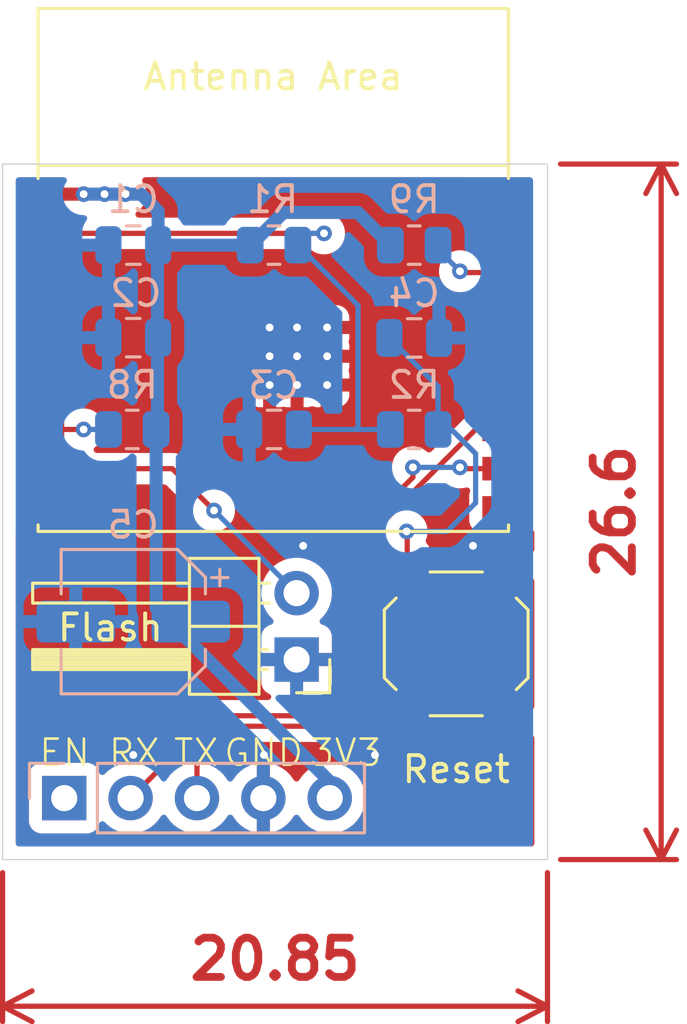
<source format=kicad_pcb>
(kicad_pcb (version 20241229) (generator "pcbnew") (generator_version "9.0")
  (layers (0 "F.Cu" signal) (2 "B.Cu" signal) (13 "F.Paste" user) (15 "B.Paste" user) (5 "F.SilkS" user "F.Silkscreen") (7 "B.SilkS" user "B.Silkscreen") (1 "F.Mask" user) (3 "B.Mask" user) (25 "Edge.Cuts" user))
  (net 0 "")
  (net 1 "/EN")
  (net 2 "/TX")
  (net 3 "/RX")
  (net 14 "Net-(U1-GPIO8)")
  (net 15 "Net-(U1-GPIO2{slash}ADC1_CH2)")
  (net 16 "Net-(U1-GPIO9)")
  (net 17 "+3V3")
  (net 18 "GND")
  (net 19 "Net-(U1-EN{slash}CHIP_PU)")
  (net 20 "Net-(C4-Pad1)")
  (footprint "PCM_Espressif:ESP32-C3-WROOM-02" (layer "F.Cu") (at 115.8575 67.7)
    (property "Reference" "U1" (hide yes))
    (property "Value" "ESP32-C3-WROOM-02" (hide yes))
    (fp_line (start -9 -13) (end -9 -6.5) (stroke (width 0.12)) (layer "F.SilkS"))
    (fp_line (start -9 -13) (end 9 -13) (stroke (width 0.12)) (layer "F.SilkS"))
    (fp_line (start -9 7) (end -9 6.75) (stroke (width 0.12)) (layer "F.SilkS"))
    (fp_line (start 9 -13) (end 9 -6.5) (stroke (width 0.12)) (layer "F.SilkS"))
    (fp_line (start 9 -7) (end -8.95 -7) (stroke (width 0.12)) (layer "F.SilkS"))
    (fp_line (start 9 6.75) (end 9 7) (stroke (width 0.12)) (layer "F.SilkS"))
    (fp_line (start 9 7) (end -9 7) (stroke (width 0.12)) (layer "F.SilkS"))
    (fp_text user "Antenna Area" (at 0 -10.4 0) (layer "F.SilkS"))
    (pad "1" smd rect (at -8.75 -5.9) (size 1.5 0.9) (layers "F.Cu" "F.Mask" "F.Paste") (net 17 "+3V3"))
    (pad "2" smd rect (at -8.75 -4.4) (size 1.5 0.9) (layers "F.Cu" "F.Mask" "F.Paste") (net 19 "Net-(U1-EN{slash}CHIP_PU)"))
    (pad "3" smd rect (at -8.75 -2.9) (size 1.5 0.9) (layers "F.Cu" "F.Mask" "F.Paste"))
    (pad "4" smd rect (at -8.75 -1.4) (size 1.5 0.9) (layers "F.Cu" "F.Mask" "F.Paste"))
    (pad "5" smd rect (at -8.75 0.1) (size 1.5 0.9) (layers "F.Cu" "F.Mask" "F.Paste"))
    (pad "6" smd rect (at -8.75 1.6) (size 1.5 0.9) (layers "F.Cu" "F.Mask" "F.Paste"))
    (pad "7" smd rect (at -8.75 3.1) (size 1.5 0.9) (layers "F.Cu" "F.Mask" "F.Paste") (net 14 "Net-(U1-GPIO8)"))
    (pad "8" smd rect (at -8.75 4.6) (size 1.5 0.9) (layers "F.Cu" "F.Mask" "F.Paste") (net 16 "Net-(U1-GPIO9)"))
    (pad "9" smd rect (at -8.75 6.1) (size 1.5 0.9) (layers "F.Cu" "F.Mask" "F.Paste") (net 18 "GND"))
    (pad "10" smd rect (at 8.75 6.1 180) (size 1.5 0.9) (layers "F.Cu" "F.Mask" "F.Paste"))
    (pad "11" smd rect (at 8.75 4.6 180) (size 1.5 0.9) (layers "F.Cu" "F.Mask" "F.Paste") (net 3 "/RX"))
    (pad "12" smd rect (at 8.75 3.1 180) (size 1.5 0.9) (layers "F.Cu" "F.Mask" "F.Paste") (net 2 "/TX"))
    (pad "13" smd rect (at 8.75 1.6 180) (size 1.5 0.9) (layers "F.Cu" "F.Mask" "F.Paste"))
    (pad "14" smd rect (at 8.75 0.1 180) (size 1.5 0.9) (layers "F.Cu" "F.Mask" "F.Paste"))
    (pad "15" smd rect (at 8.75 -1.4 180) (size 1.5 0.9) (layers "F.Cu" "F.Mask" "F.Paste"))
    (pad "16" smd rect (at 8.75 -2.9 180) (size 1.5 0.9) (layers "F.Cu" "F.Mask" "F.Paste") (net 15 "Net-(U1-GPIO2{slash}ADC1_CH2)"))
    (pad "17" smd rect (at 8.75 -4.4 180) (size 1.5 0.9) (layers "F.Cu" "F.Mask" "F.Paste"))
    (pad "18" smd rect (at 8.75 -5.9 180) (size 1.5 0.9) (layers "F.Cu" "F.Mask" "F.Paste"))
    (pad "19" smd rect (at -0.14 -0.8 180) (size 0.7 0.7) (layers "F.Cu" "F.Mask" "F.Paste") (net 18 "GND"))
    (pad "19" smd rect (at -0.14 0.3 180) (size 0.7 0.7) (layers "F.Cu" "F.Mask" "F.Paste") (net 18 "GND"))
    (pad "19" smd rect (at -0.14 1.4 180) (size 0.7 0.7) (layers "F.Cu" "F.Mask" "F.Paste") (net 18 "GND"))
    (pad "19" smd rect (at 0.91 -0.8 180) (size 0.7 0.7) (layers "F.Cu" "F.Mask" "F.Paste") (net 18 "GND"))
    (pad "19" smd rect (at 0.91 0.3 180) (size 0.7 0.7) (layers "F.Cu" "F.Mask" "F.Paste") (net 18 "GND"))
    (pad "19" smd rect (at 0.91 1.4 180) (size 0.7 0.7) (layers "F.Cu" "F.Mask" "F.Paste") (net 18 "GND"))
    (pad "19" smd rect (at 2.06 -0.8 180) (size 0.7 0.7) (layers "F.Cu" "F.Mask" "F.Paste") (net 18 "GND"))
    (pad "19" smd rect (at 2.06 0.3 180) (size 0.7 0.7) (layers "F.Cu" "F.Mask" "F.Paste") (net 18 "GND"))
    (pad "19" smd rect (at 2.06 1.4 180) (size 0.7 0.7) (layers "F.Cu" "F.Mask" "F.Paste") (net 18 "GND"))
    (zone (net 0) (net_name "") (layers "F.Cu" "B.Cu") (name "antenna keepout") (connect_pads (clearance 0)) (min_thickness 0.254)
      (keepout (tracks not_allowed) (vias not_allowed) (pads not_allowed) (copperpour not_allowed) (footprints not_allowed))
      (fill (thermal_gap 0.508) (thermal_bridge_width 0.508))
      (polygon (pts (xy 124.8575 60.7) (xy 106.8575 60.7) (xy 106.8575 54.7) (xy 124.8575 54.7)))
    )
  )
  (footprint "Connector_PinHeader_2.54mm:PinHeader_1x02_P2.54mm_Horizontal" (layer "F.Cu") (at 116.75 79.6 180)
    (property "Reference" "SW2" (hide yes))
    (property "Value" "Flash" (at 7.1275 1.22 180) (layer "F.SilkS"))
    (fp_line (start 10.1 2.92) (end 4.1 2.92) (stroke (width 0.12)) (layer "F.SilkS"))
    (fp_line (start 10.1 2.16) (end 10.1 2.92) (stroke (width 0.12)) (layer "F.SilkS"))
    (fp_line (start 10.1 0.38) (end 4.1 0.38) (stroke (width 0.12)) (layer "F.SilkS"))
    (fp_line (start 10.1 -0.38) (end 10.1 0.38) (stroke (width 0.12)) (layer "F.SilkS"))
    (fp_line (start 4.1 3.87) (end 4.1 -1.33) (stroke (width 0.12)) (layer "F.SilkS"))
    (fp_line (start 4.1 2.16) (end 10.1 2.16) (stroke (width 0.12)) (layer "F.SilkS"))
    (fp_line (start 4.1 0.28) (end 10.1 0.28) (stroke (width 0.12)) (layer "F.SilkS"))
    (fp_line (start 4.1 0.16) (end 10.1 0.16) (stroke (width 0.12)) (layer "F.SilkS"))
    (fp_line (start 4.1 0.04) (end 10.1 0.04) (stroke (width 0.12)) (layer "F.SilkS"))
    (fp_line (start 4.1 -0.08) (end 10.1 -0.08) (stroke (width 0.12)) (layer "F.SilkS"))
    (fp_line (start 4.1 -0.2) (end 10.1 -0.2) (stroke (width 0.12)) (layer "F.SilkS"))
    (fp_line (start 4.1 -0.32) (end 10.1 -0.32) (stroke (width 0.12)) (layer "F.SilkS"))
    (fp_line (start 4.1 -0.38) (end 10.1 -0.38) (stroke (width 0.12)) (layer "F.SilkS"))
    (fp_line (start 4.1 -1.33) (end 1.44 -1.33) (stroke (width 0.12)) (layer "F.SilkS"))
    (fp_line (start 1.44 3.87) (end 4.1 3.87) (stroke (width 0.12)) (layer "F.SilkS"))
    (fp_line (start 1.44 1.27) (end 4.1 1.27) (stroke (width 0.12)) (layer "F.SilkS"))
    (fp_line (start 1.44 -1.33) (end 1.44 3.87) (stroke (width 0.12)) (layer "F.SilkS"))
    (fp_line (start 1.11 0.38) (end 1.44 0.38) (stroke (width 0.12)) (layer "F.SilkS"))
    (fp_line (start 1.11 -0.38) (end 1.44 -0.38) (stroke (width 0.12)) (layer "F.SilkS"))
    (fp_line (start 1.042929 2.92) (end 1.44 2.92) (stroke (width 0.12)) (layer "F.SilkS"))
    (fp_line (start 1.042929 2.16) (end 1.44 2.16) (stroke (width 0.12)) (layer "F.SilkS"))
    (fp_line (start -1.27 0) (end -1.27 -1.27) (stroke (width 0.12)) (layer "F.SilkS"))
    (fp_line (start -1.27 -1.27) (end 0 -1.27) (stroke (width 0.12)) (layer "F.SilkS"))
    (pad "1" thru_hole rect (at 0 0 180) (size 1.7 1.7) (drill 1) (layers "*.Cu" "*.Mask") (net 18 "GND"))
    (pad "2" thru_hole oval (at 0 2.54 180) (size 1.7 1.7) (drill 1) (layers "*.Cu" "*.Mask") (net 16 "Net-(U1-GPIO9)"))
  )
  (footprint "Button_Switch_SMD:SW_Push_1P1T_XKB_TS-1187A" (layer "F.Cu") (at 122.8575 79 -90)
    (property "Reference" "SW1" (hide yes))
    (property "Value" "Reset" (at 4.8 0 0) (layer "F.SilkS"))
    (fp_line (start -1.3 2.75) (end 1.3 2.75) (stroke (width 0.12)) (layer "F.SilkS"))
    (fp_line (start -1.75 2.3) (end -1.3 2.75) (stroke (width 0.12)) (layer "F.SilkS"))
    (fp_line (start 1.75 2.3) (end 1.3 2.75) (stroke (width 0.12)) (layer "F.SilkS"))
    (fp_line (start -2.75 -1) (end -2.75 1) (stroke (width 0.12)) (layer "F.SilkS"))
    (fp_line (start 2.75 -1) (end 2.75 1) (stroke (width 0.12)) (layer "F.SilkS"))
    (fp_line (start -1.75 -2.3) (end -1.3 -2.75) (stroke (width 0.12)) (layer "F.SilkS"))
    (fp_line (start 1.75 -2.3) (end 1.3 -2.75) (stroke (width 0.12)) (layer "F.SilkS"))
    (fp_line (start -1.3 -2.75) (end 1.3 -2.75) (stroke (width 0.12)) (layer "F.SilkS"))
    (pad "1" smd rect (at -3 -1.875 270) (size 1 0.75) (layers "F.Cu" "F.Mask" "F.Paste") (net 18 "GND"))
    (pad "1" smd rect (at 3 -1.875 270) (size 1 0.75) (layers "F.Cu" "F.Mask" "F.Paste") (net 18 "GND"))
    (pad "2" smd rect (at -3 1.875 270) (size 1 0.75) (layers "F.Cu" "F.Mask" "F.Paste") (net 20 "Net-(C4-Pad1)"))
    (pad "2" smd rect (at 3 1.875 270) (size 1 0.75) (layers "F.Cu" "F.Mask" "F.Paste") (net 20 "Net-(C4-Pad1)"))
  )
  (footprint "Capacitor_SMD:C_0805_2012Metric" (layer "B.Cu") (at 121.25 67.3)
    (property "Reference" "C4" (at 0 -1.7 0) (layer "B.SilkS") (effects (justify mirror)))
    (property "Value" "0.1uF" (hide yes))
    (fp_line (start -0.261252 -0.735) (end 0.261252 -0.735) (stroke (width 0.12)) (layer "B.SilkS"))
    (fp_line (start -0.261252 0.735) (end 0.261252 0.735) (stroke (width 0.12)) (layer "B.SilkS"))
    (pad "1" smd roundrect (at -0.95 0) (size 1 1.45) (layers "B.Cu" "B.Mask" "B.Paste") (net 20 "Net-(C4-Pad1)"))
    (pad "2" smd roundrect (at 0.95 0) (size 1 1.45) (layers "B.Cu" "B.Mask" "B.Paste") (net 18 "GND"))
  )
  (footprint "Resistor_SMD:R_0805_2012Metric" (layer "B.Cu") (at 110.4625 70.8)
    (property "Reference" "R8" (at 0 -1.7 0) (layer "B.SilkS") (effects (justify mirror)))
    (property "Value" "10k" (hide yes))
    (fp_line (start -0.227064 -0.735) (end 0.227064 -0.735) (stroke (width 0.12)) (layer "B.SilkS"))
    (fp_line (start -0.227064 0.735) (end 0.227064 0.735) (stroke (width 0.12)) (layer "B.SilkS"))
    (pad "1" smd roundrect (at -0.9125 0) (size 1.025 1.4) (layers "B.Cu" "B.Mask" "B.Paste") (roundrect_rratio 0.243902) (net 14 "Net-(U1-GPIO8)"))
    (pad "2" smd roundrect (at 0.9125 0) (size 1.025 1.4) (layers "B.Cu" "B.Mask" "B.Paste") (roundrect_rratio 0.243902) (net 17 "+3V3"))
  )
  (footprint "Capacitor_SMD:CP_Elec_5x5.4" (layer "B.Cu") (at 110.5 78.15 180)
    (property "Reference" "C5" (at 0 3.7 0) (layer "B.SilkS") (effects (justify mirror)))
    (property "Value" "100uF" (hide yes))
    (fp_line (start 2.76 2.76) (end 2.76 1.06) (stroke (width 0.12)) (layer "B.SilkS"))
    (fp_line (start 2.76 -2.76) (end 2.76 -1.06) (stroke (width 0.12)) (layer "B.SilkS"))
    (fp_line (start -1.695563 2.76) (end 2.76 2.76) (stroke (width 0.12)) (layer "B.SilkS"))
    (fp_line (start -1.695563 -2.76) (end 2.76 -2.76) (stroke (width 0.12)) (layer "B.SilkS"))
    (fp_line (start -2.76 1.695563) (end -1.695563 2.76) (stroke (width 0.12)) (layer "B.SilkS"))
    (fp_line (start -2.76 1.695563) (end -2.76 1.06) (stroke (width 0.12)) (layer "B.SilkS"))
    (fp_line (start -2.76 -1.695563) (end -1.695563 -2.76) (stroke (width 0.12)) (layer "B.SilkS"))
    (fp_line (start -2.76 -1.695563) (end -2.76 -1.06) (stroke (width 0.12)) (layer "B.SilkS"))
    (fp_line (start -3.3125 1.9975) (end -3.3125 1.3725) (stroke (width 0.12)) (layer "B.SilkS"))
    (fp_line (start -3.625 1.685) (end -3 1.685) (stroke (width 0.12)) (layer "B.SilkS"))
    (pad "1" smd roundrect (at -2.2 0 180) (size 3 1.6) (layers "B.Cu" "B.Mask" "B.Paste") (roundrect_rratio 0.15625) (net 17 "+3V3"))
    (pad "2" smd roundrect (at 2.2 0 180) (size 3 1.6) (layers "B.Cu" "B.Mask" "B.Paste") (roundrect_rratio 0.15625) (net 18 "GND"))
  )
  (footprint "Resistor_SMD:R_0805_2012Metric" (layer "B.Cu") (at 115.885 63.75)
    (property "Reference" "R1" (at -0.055 -1.75 0) (layer "B.SilkS") (effects (justify mirror)))
    (property "Value" "10k" (hide yes))
    (fp_line (start -0.227064 -0.735) (end 0.227064 -0.735) (stroke (width 0.12)) (layer "B.SilkS"))
    (fp_line (start -0.227064 0.735) (end 0.227064 0.735) (stroke (width 0.12)) (layer "B.SilkS"))
    (pad "1" smd roundrect (at -0.9125 0) (size 1.025 1.4) (layers "B.Cu" "B.Mask" "B.Paste") (roundrect_rratio 0.243902) (net 17 "+3V3"))
    (pad "2" smd roundrect (at 0.9125 0) (size 1.025 1.4) (layers "B.Cu" "B.Mask" "B.Paste") (roundrect_rratio 0.243902) (net 19 "Net-(U1-EN{slash}CHIP_PU)"))
  )
  (footprint "Capacitor_SMD:C_0805_2012Metric" (layer "B.Cu") (at 110.5 63.75 180)
    (property "Reference" "C1" (at 0 1.75 0) (layer "B.SilkS") (effects (justify mirror)))
    (property "Value" "10uF" (hide yes))
    (fp_line (start -0.261252 0.735) (end 0.261252 0.735) (stroke (width 0.12)) (layer "B.SilkS"))
    (fp_line (start -0.261252 -0.735) (end 0.261252 -0.735) (stroke (width 0.12)) (layer "B.SilkS"))
    (pad "1" smd roundrect (at -0.95 0 180) (size 1 1.45) (layers "B.Cu" "B.Mask" "B.Paste") (net 17 "+3V3"))
    (pad "2" smd roundrect (at 0.95 0 180) (size 1 1.45) (layers "B.Cu" "B.Mask" "B.Paste") (net 18 "GND"))
  )
  (footprint "Connector_PinHeader_2.54mm:PinHeader_1x05_P2.54mm_Vertical" (layer "B.Cu") (at 107.8575 84.9 -90)
    (property "Reference" "J1" (hide yes))
    (property "Value" "Conn_01x05_Pin" (hide yes))
    (fp_line (start -1.33 1.33) (end 0 1.33) (stroke (width 0.12)) (layer "B.SilkS"))
    (fp_line (start -1.33 0) (end -1.33 1.33) (stroke (width 0.12)) (layer "B.SilkS"))
    (fp_line (start -1.33 -1.27) (end 1.33 -1.27) (stroke (width 0.12)) (layer "B.SilkS"))
    (fp_line (start -1.33 -1.27) (end -1.33 -11.49) (stroke (width 0.12)) (layer "B.SilkS"))
    (fp_line (start 1.33 -1.27) (end 1.33 -11.49) (stroke (width 0.12)) (layer "B.SilkS"))
    (fp_line (start -1.33 -11.49) (end 1.33 -11.49) (stroke (width 0.12)) (layer "B.SilkS"))
    (pad "1" thru_hole rect (at 0 0 270) (size 1.7 1.7) (drill 1) (layers "*.Cu" "*.Mask") (net 1 "/EN"))
    (pad "2" thru_hole oval (at 0 -2.54 270) (size 1.7 1.7) (drill 1) (layers "*.Cu" "*.Mask") (net 3 "/RX"))
    (pad "3" thru_hole oval (at 0 -5.08 270) (size 1.7 1.7) (drill 1) (layers "*.Cu" "*.Mask") (net 2 "/TX"))
    (pad "4" thru_hole oval (at 0 -7.62 270) (size 1.7 1.7) (drill 1) (layers "*.Cu" "*.Mask") (net 18 "GND"))
    (pad "5" thru_hole oval (at 0 -10.16 270) (size 1.7 1.7) (drill 1) (layers "*.Cu" "*.Mask") (net 17 "+3V3"))
  )
  (footprint "Capacitor_SMD:C_0805_2012Metric" (layer "B.Cu") (at 110.5 67.29 180)
    (property "Reference" "C2" (at -0.1 1.7 0) (layer "B.SilkS") (effects (justify mirror)))
    (property "Value" "0.1uF" (hide yes))
    (fp_line (start -0.261252 0.735) (end 0.261252 0.735) (stroke (width 0.12)) (layer "B.SilkS"))
    (fp_line (start -0.261252 -0.735) (end 0.261252 -0.735) (stroke (width 0.12)) (layer "B.SilkS"))
    (pad "1" smd roundrect (at -0.95 0 180) (size 1 1.45) (layers "B.Cu" "B.Mask" "B.Paste") (net 17 "+3V3"))
    (pad "2" smd roundrect (at 0.95 0 180) (size 1 1.45) (layers "B.Cu" "B.Mask" "B.Paste") (net 18 "GND"))
  )
  (footprint "Resistor_SMD:R_0805_2012Metric" (layer "B.Cu") (at 121.25 63.75)
    (property "Reference" "R9" (at 0 -1.75 0) (layer "B.SilkS") (effects (justify mirror)))
    (property "Value" "10k" (hide yes))
    (fp_line (start -0.227064 -0.735) (end 0.227064 -0.735) (stroke (width 0.12)) (layer "B.SilkS"))
    (fp_line (start -0.227064 0.735) (end 0.227064 0.735) (stroke (width 0.12)) (layer "B.SilkS"))
    (pad "1" smd roundrect (at -0.9125 0) (size 1.025 1.4) (layers "B.Cu" "B.Mask" "B.Paste") (roundrect_rratio 0.243902) (net 17 "+3V3"))
    (pad "2" smd roundrect (at 0.9125 0) (size 1.025 1.4) (layers "B.Cu" "B.Mask" "B.Paste") (roundrect_rratio 0.243902) (net 15 "Net-(U1-GPIO2{slash}ADC1_CH2)"))
  )
  (footprint "Resistor_SMD:R_0805_2012Metric" (layer "B.Cu") (at 121.25 70.8 180)
    (property "Reference" "R2" (at 0 1.7 0) (layer "B.SilkS") (effects (justify mirror)))
    (property "Value" "0" (hide yes))
    (fp_line (start -0.227064 0.735) (end 0.227064 0.735) (stroke (width 0.12)) (layer "B.SilkS"))
    (fp_line (start -0.227064 -0.735) (end 0.227064 -0.735) (stroke (width 0.12)) (layer "B.SilkS"))
    (pad "1" smd roundrect (at -0.9125 0 180) (size 1.025 1.4) (layers "B.Cu" "B.Mask" "B.Paste") (roundrect_rratio 0.243902) (net 20 "Net-(C4-Pad1)"))
    (pad "2" smd roundrect (at 0.9125 0 180) (size 1.025 1.4) (layers "B.Cu" "B.Mask" "B.Paste") (roundrect_rratio 0.243902) (net 19 "Net-(U1-EN{slash}CHIP_PU)"))
  )
  (footprint "Capacitor_SMD:C_0805_2012Metric" (layer "B.Cu") (at 115.885 70.8 180)
    (property "Reference" "C3" (at 0 1.68 0) (layer "B.SilkS") (effects (justify mirror)))
    (property "Value" "1uF" (hide yes))
    (fp_line (start -0.261252 0.735) (end 0.261252 0.735) (stroke (width 0.12)) (layer "B.SilkS"))
    (fp_line (start -0.261252 -0.735) (end 0.261252 -0.735) (stroke (width 0.12)) (layer "B.SilkS"))
    (pad "1" smd roundrect (at -0.95 0 180) (size 1 1.45) (layers "B.Cu" "B.Mask" "B.Paste") (net 19 "Net-(U1-EN{slash}CHIP_PU)"))
    (pad "2" smd roundrect (at 0.95 0 180) (size 1 1.45) (layers "B.Cu" "B.Mask" "B.Paste") (net 18 "GND"))
  )
  (gr_rect (start 105.5 60.65) (end 126.35 87.25) (stroke (width 0.05)) (fill no) (layer "Edge.Cuts"))
  (gr_text "EN" (at 106.83 83.75 -0) (layer "F.SilkS") (effects (font (size 1 1) (thickness 0.1)) (justify left bottom)))
  (gr_text "3V3\n" (at 117.18 83.75 -0) (layer "F.SilkS") (effects (font (size 1 1) (thickness 0.1)) (justify left bottom)))
  (gr_text "TX" (at 111.98 83.75 -0) (layer "F.SilkS") (effects (font (size 1 1) (thickness 0.1)) (justify left bottom)))
  (gr_text "RX" (at 109.49 83.75 -0) (layer "F.SilkS") (effects (font (size 1 1) (thickness 0.1)) (justify left bottom)))
  (gr_text "GND" (at 113.9 83.75 -0) (layer "F.SilkS") (effects (font (size 1 1) (thickness 0.1)) (justify left bottom)))
  (dimension (type orthogonal) (layer "F.Cu") (pts (xy 126.35 87.25) (xy 105.5 87.25)) (height 5.61) (orientation 0) (format (prefix "") (suffix "") (units 3) (units_format 0) (precision 4) (suppress_zeroes yes)) (style (thickness 0.2) (arrow_length 1.27) (text_position_mode 0) (arrow_direction outward) (extension_height 0.58642) (extension_offset 0.5) (keep_text_aligned yes)) (gr_text "20.85" (at 115.925 91.06 0) (layer "F.Cu") (effects (font (size 1.5 1.5) (thickness 0.3)))))
  (dimension (type orthogonal) (layer "F.Cu") (pts (xy 126.35 87.25) (xy 126.35 60.65)) (height 4.35) (orientation 1) (format (prefix "") (suffix "") (units 3) (units_format 0) (precision 4) (suppress_zeroes yes)) (style (thickness 0.2) (arrow_length 1.27) (text_position_mode 0) (arrow_direction outward) (extension_height 0.58642) (extension_offset 0.5) (keep_text_aligned yes)) (gr_text "26.6" (at 128.9 73.95 90) (layer "F.Cu") (effects (font (size 1.5 1.5) (thickness 0.3)))))
  (segment (start 112.9375 84.9) (end 112.9375 82.9271) (width 0.2) (layer "F.Cu") (net 2))
  (segment (start 112.9375 82.9271) (end 113.7136 82.151) (width 0.2) (layer "F.Cu") (net 2))
  (segment (start 123.600057 70.8) (end 124.6075 70.8) (width 0.2) (layer "F.Cu") (net 2))
  (segment (start 119.6 81) (end 119.6 74.800057) (width 0.2) (layer "F.Cu") (net 2))
  (segment (start 118.449 82.151) (end 119.6 81) (width 0.2) (layer "F.Cu") (net 2))
  (segment (start 119.6 74.800057) (end 123.600057 70.8) (width 0.2) (layer "F.Cu") (net 2))
  (segment (start 113.7136 82.151) (end 118.449 82.151) (width 0.2) (layer "F.Cu") (net 2))
  (segment (start 113.5475 81.75) (end 118.25 81.75) (width 0.2) (layer "F.Cu") (net 3))
  (segment (start 124.6075 72.3) (end 123.05 72.3) (width 0.2) (layer "F.Cu") (net 3))
  (segment (start 119.199 74.633957) (end 121.2 72.632957) (width 0.2) (layer "F.Cu") (net 3))
  (segment (start 119.199 80.801) (end 119.199 74.633957) (width 0.2) (layer "F.Cu") (net 3))
  (segment (start 118.25 81.75) (end 119.199 80.801) (width 0.2) (layer "F.Cu") (net 3))
  (segment (start 123.05 72.3) (end 123 72.25) (width 0.2) (layer "F.Cu") (net 3))
  (segment (start 110.3975 84.9) (end 113.5475 81.75) (width 0.2) (layer "F.Cu") (net 3))
  (segment (start 121.2 72.632957) (end 121.2 72.25) (width 0.2) (layer "F.Cu") (net 3))
  (via (at 123 72.25) (size 0.6) (drill 0.3) (layers "F.Cu" "B.Cu") (net 3))
  (via (at 121.2 72.25) (size 0.6) (drill 0.3) (layers "F.Cu" "B.Cu") (net 3))
  (segment (start 123 72.25) (end 121.2 72.25) (width 0.2) (layer "B.Cu") (net 3))
  (segment (start 107.1075 70.8) (end 108.6 70.8) (width 0.2) (layer "F.Cu") (net 14))
  (via (at 108.6 70.8) (size 0.6) (drill 0.3) (layers "F.Cu" "B.Cu") (net 14))
  (segment (start 108.8 70.8) (end 108.75 70.75) (width 0.2) (layer "B.Cu") (net 14))
  (segment (start 109.6 70.8) (end 108.8 70.8) (width 0.2) (layer "B.Cu") (net 14))
  (segment (start 124.6075 64.8) (end 123.05 64.8) (width 0.2) (layer "F.Cu") (net 15))
  (segment (start 123.05 64.8) (end 123 64.75) (width 0.2) (layer "F.Cu") (net 15))
  (via (at 123 64.75) (size 0.6) (drill 0.3) (layers "F.Cu" "B.Cu") (net 15))
  (segment (start 122.1625 63.75) (end 122.1625 63.9125) (width 0.2) (layer "B.Cu") (net 15))
  (segment (start 122.1625 63.9125) (end 123 64.75) (width 0.2) (layer "B.Cu") (net 15))
  (segment (start 111.99 72.3) (end 113.59 73.9) (width 0.2) (layer "F.Cu") (net 16))
  (segment (start 107.1075 72.3) (end 111.99 72.3) (width 0.2) (layer "F.Cu") (net 16))
  (via (at 113.59 73.9) (size 0.6) (drill 0.3) (layers "F.Cu" "B.Cu") (net 16))
  (segment (start 113.59 73.9) (end 116.75 77.06) (width 0.2) (layer "B.Cu") (net 16))
  (segment (start 107.1075 61.8) (end 110.2 61.8) (width 0.5) (layer "F.Cu") (net 17))
  (via (at 109.400003 61.8) (size 0.6) (drill 0.3) (layers "F.Cu" "B.Cu") (net 17))
  (via (at 110.2 61.8) (size 0.6) (drill 0.3) (layers "F.Cu" "B.Cu") (net 17))
  (via (at 108.6 61.8) (size 0.6) (drill 0.3) (layers "F.Cu" "B.Cu") (net 17))
  (segment (start 119.0875 62.5) (end 116.25 62.5) (width 0.5) (layer "B.Cu") (net 17))
  (segment (start 120.3375 63.75) (end 119.0875 62.5) (width 0.5) (layer "B.Cu") (net 17))
  (segment (start 111.45 63.75) (end 111.45 62.45) (width 0.5) (layer "B.Cu") (net 17))
  (segment (start 118.0175 84.2675) (end 118.0175 84.9) (width 0.5) (layer "B.Cu") (net 17))
  (segment (start 111.45 62.45) (end 110.8 61.8) (width 0.5) (layer "B.Cu") (net 17))
  (segment (start 115 63.75) (end 111.45 63.75) (width 0.5) (layer "B.Cu") (net 17))
  (segment (start 111.375 70.8) (end 111.375 77.625) (width 0.5) (layer "B.Cu") (net 17))
  (segment (start 110.8 61.8) (end 108.6 61.8) (width 0.5) (layer "B.Cu") (net 17))
  (segment (start 111.425 70.8) (end 111.425 63.775) (width 0.5) (layer "B.Cu") (net 17))
  (segment (start 116.25 62.5) (end 115 63.75) (width 0.5) (layer "B.Cu") (net 17))
  (segment (start 111.425 63.775) (end 111.45 63.75) (width 0.2) (layer "B.Cu") (net 17))
  (segment (start 111.375 77.625) (end 118.0175 84.2675) (width 0.5) (layer "B.Cu") (net 17))
  (segment (start 111.425 67.325) (end 111.45 67.3) (width 0.2) (layer "B.Cu") (net 17))
  (segment (start 124.6325 75.9) (end 124.7325 76) (width 0.2) (layer "F.Cu") (net 18))
  (via (at 117.9175 69.1) (size 0.6) (drill 0.3) (layers "F.Cu" "B.Cu") (net 18))
  (via (at 110.5 83.25) (size 0.6) (drill 0.3) (layers "F.Cu" "B.Cu") (net 18))
  (via (at 115.7175 69.1) (size 0.6) (drill 0.3) (layers "F.Cu" "B.Cu") (net 18))
  (via (at 117.9175 68) (size 0.6) (drill 0.3) (layers "F.Cu" "B.Cu") (net 18))
  (via (at 117 75.25) (size 0.6) (drill 0.3) (layers "F.Cu" "B.Cu") (net 18))
  (via (at 116.7675 69.1) (size 0.6) (drill 0.3) (layers "F.Cu" "B.Cu") (net 18))
  (via (at 116.7675 68) (size 0.6) (drill 0.3) (layers "F.Cu" "B.Cu") (net 18))
  (via (at 119.75 83.25) (size 0.6) (drill 0.3) (layers "F.Cu" "B.Cu") (net 18))
  (via (at 115.5 83.25) (size 0.6) (drill 0.3) (layers "F.Cu" "B.Cu") (net 18))
  (via (at 115.7175 68) (size 0.6) (drill 0.3) (layers "F.Cu" "B.Cu") (net 18))
  (via (at 115.7175 66.9) (size 0.6) (drill 0.3) (layers "F.Cu" "B.Cu") (net 18))
  (via (at 123.5 75.25) (size 0.6) (drill 0.3) (layers "F.Cu" "B.Cu") (net 18))
  (via (at 117.9175 66.9) (size 0.6) (drill 0.3) (layers "F.Cu" "B.Cu") (net 18))
  (via (at 116.7675 66.9) (size 0.6) (drill 0.3) (layers "F.Cu" "B.Cu") (net 18))
  (segment (start 122.1625 67.3375) (end 122.2 67.3) (width 0.2) (layer "B.Cu") (net 18))
  (segment (start 117.8 63.3) (end 107.1075 63.3) (width 0.2) (layer "F.Cu") (net 19))
  (via (at 117.8 63.3) (size 0.6) (drill 0.3) (layers "F.Cu" "B.Cu") (net 19))
  (segment (start 120.3375 70.8) (end 119.1 70.8) (width 0.2) (layer "B.Cu") (net 19))
  (segment (start 119.1 66.0525) (end 116.7975 63.75) (width 0.2) (layer "B.Cu") (net 19))
  (segment (start 119.1 70.8) (end 116.835 70.8) (width 0.2) (layer "B.Cu") (net 19))
  (segment (start 117.275 63.3) (end 116.825 63.75) (width 0.2) (layer "B.Cu") (net 19))
  (segment (start 117.8 63.3) (end 117.275 63.3) (width 0.2) (layer "B.Cu") (net 19))
  (segment (start 119.1 70.8) (end 119.1 66.0525) (width 0.2) (layer "B.Cu") (net 19))
  (segment (start 120.96 74.7) (end 120.9825 74.7225) (width 0.2) (layer "F.Cu") (net 20))
  (segment (start 120.9825 74.7225) (end 120.9825 76) (width 0.2) (layer "F.Cu") (net 20))
  (segment (start 120.9825 82) (end 120.9825 76) (width 0.2) (layer "F.Cu") (net 20))
  (via (at 120.96 74.7) (size 0.6) (drill 0.3) (layers "F.Cu" "B.Cu") (net 20))
  (segment (start 122.51 74.7) (end 120.96 74.7) (width 0.2) (layer "B.Cu") (net 20))
  (segment (start 122.1625 70.8) (end 122.675 70.8) (width 0.2) (layer "B.Cu") (net 20))
  (segment (start 122.675 70.8) (end 123.601 71.726) (width 0.2) (layer "B.Cu") (net 20))
  (segment (start 123.601 71.726) (end 123.601 73.609) (width 0.2) (layer "B.Cu") (net 20))
  (segment (start 123.601 73.609) (end 122.51 74.7) (width 0.2) (layer "B.Cu") (net 20))
  (segment (start 122.1625 69.1625) (end 120.3 67.3) (width 0.2) (layer "B.Cu") (net 20))
  (segment (start 122.1625 70.8) (end 122.1625 69.1625) (width 0.2) (layer "B.Cu") (net 20))
  (zone (net 18) (net_name "GND") (layer "F.Cu") (connect_pads (clearance 0.5)) (min_thickness 0.25) (fill yes (thermal_gap 0.5) (thermal_bridge_width 0.5))
    (polygon (pts (xy 126.35 87.2) (xy 105.5 87.2) (xy 105.5 61) (xy 126.35 61)))
  )
  (zone (net 18) (net_name "GND") (layer "B.Cu") (priority 1) (connect_pads (clearance 0.5)) (min_thickness 0.25) (fill yes (thermal_gap 0.5) (thermal_bridge_width 0.5))
    (polygon (pts (xy 105.9 61) (xy 105.9 87) (xy 125.8 87) (xy 125.8 61)))
  )
)
</source>
